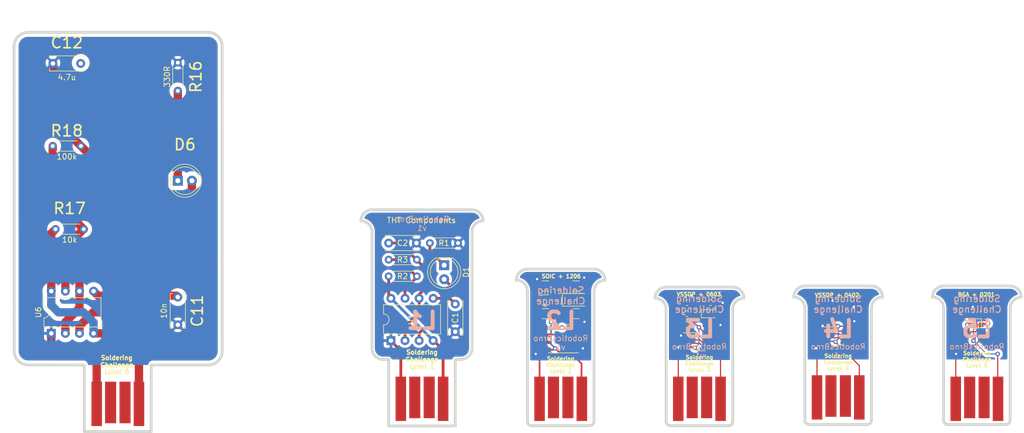
<source format=kicad_pcb>
(kicad_pcb (version 20211014) (generator pcbnew)
  (layers (0 "F.Cu" signal) (31 "B.Cu" signal) (34 "B.Paste" user) (35 "F.Paste" user) (36 "B.SilkS" user "B.Silkscreen") (37 "F.SilkS" user "F.Silkscreen") (38 "B.Mask" user) (39 "F.Mask" user) (44 "Edge.Cuts" user))
  (net 0 "")
  (net 1 "Net-(C1-Pad1)")
  (net 2 "Net-(C2-Pad1)")
  (net 3 "Net-(D1-Pad2)")
  (net 4 "Net-(D1-Pad1)")
  (net 5 "Net-(R2-Pad2)")
  (net 6 "Net-(C3-Pad1)")
  (net 7 "Net-(C4-Pad1)")
  (net 8 "Net-(C5-Pad1)")
  (net 9 "Net-(C6-Pad1)")
  (net 10 "Net-(C7-Pad1)")
  (net 11 "Net-(C8-Pad1)")
  (net 12 "Net-(C9-Pad1)")
  (net 13 "Net-(C10-Pad1)")
  (net 14 "Net-(D2-Pad2)")
  (net 15 "Net-(D2-Pad1)")
  (net 16 "Net-(D3-Pad2)")
  (net 17 "Net-(D3-Pad1)")
  (net 18 "Net-(D4-Pad2)")
  (net 19 "Net-(D4-Pad1)")
  (net 20 "Net-(D5-Pad2)")
  (net 21 "Net-(D5-Pad1)")
  (net 22 "Net-(R5-Pad2)")
  (net 23 "Net-(R8-Pad2)")
  (net 24 "Net-(R11-Pad2)")
  (net 25 "Net-(R14-Pad2)")
  (net 26 "/Level 1 - THT/GND")
  (net 27 "/Level 2 - 1206/GND")
  (net 28 "/Level 1 - THT/VCC")
  (net 29 "/Level 2 - 1206/VCC")
  (net 30 "/Level 3 - 0603/GND")
  (net 31 "/Level 3 - 0603/VCC")
  (net 32 "/Level 4 - 0402/GND")
  (net 33 "/Level 4 - 0402/VCC")
  (net 34 "/Level 5 - 0201/GND")
  (net 35 "/Level 5 - 0201/VCC")
  (net 36 "Net-(C11-Pad1)")
  (net 37 "/Level 0 - THT/GND")
  (net 38 "Net-(C12-Pad1)")
  (net 39 "Net-(D6-Pad1)")
  (net 40 "Net-(D6-Pad2)")
  (net 41 "/Level 0 - THT/VCC")
  (net 54 "Net-(R17-Pad2)")
  (footprint "Capacitor_SMD:C_0201_0603Metric" (layer "F.Cu") (at 228 106.5)
    (fp_text reference "C9" hide)
    (fp_text value "10n")
  )
  (footprint "LED_SMD:LED_1206_3216Metric_Pad1.42x1.75mm_HandSolder" (layer "F.Cu") (at 154.25 100)
    (fp_text reference "D2" hide)
    (fp_text value "LED")
  )
  (footprint "Capacitor_SMD:C_1206_3216Metric_Pad1.42x1.75mm_HandSolder" (layer "F.Cu") (at 148.75 97.5 180)
    (fp_text reference "C4" hide)
    (fp_text value "4.7u")
  )
  (footprint "Resistor_SMD:R_0603_1608Metric_Pad1.05x0.95mm_HandSolder" (layer "F.Cu") (at 178.5 100.5 180)
    (fp_text reference "R7" hide)
    (fp_text value "330R")
  )
  (footprint "Capacitor_THT:C_Disc_D6.0mm_W2.5mm_P5.00mm" (layer "F.Cu") (at 120.5 89.75)
    (fp_text reference "C2")
    (fp_text value "4.7u")
  )
  (footprint "Capacitor_SMD:C_0603_1608Metric_Pad1.05x0.95mm_HandSolder" (layer "F.Cu") (at 178.5 104.5)
    (fp_text reference "C5" hide)
    (fp_text value "10n")
  )
  (footprint "Resistor_SMD:R_0201_0603Metric" (layer "F.Cu") (at 226.5 102)
    (fp_text reference "R13" hide)
    (fp_text value "330R")
  )
  (footprint "Package_SO:SOIC-8_3.9x4.9mm_P1.27mm" (layer "F.Cu") (at 151.25 107 180)
    (fp_text reference "U2" hide)
    (fp_text value "LMC555xM")
  )
  (footprint "Capacitor_SMD:C_0201_0603Metric" (layer "F.Cu") (at 225 102)
    (fp_text reference "C10" hide)
    (fp_text value "4.7u")
  )
  (footprint "Capacitor_SMD:C_0402_1005Metric" (layer "F.Cu") (at 202.75 103.75)
    (fp_text reference "C7" hide)
    (fp_text value "10n")
  )
  (footprint "Package_SO:VSSOP-8_3.0x3.0mm_P0.65mm" (layer "F.Cu") (at 201.5 106.5)
    (fp_text reference "U4" hide)
    (fp_text value "LMC555xMM")
  )
  (footprint "Resistor_SMD:R_0402_1005Metric" (layer "F.Cu") (at 200 102.5 180)
    (fp_text reference "R12" hide)
    (fp_text value "100k")
  )
  (footprint "LED_SMD:LED_0402_1005Metric" (layer "F.Cu") (at 202.75 102.5)
    (fp_text reference "D4" hide)
    (fp_text value "LED")
  )
  (footprint "RoboCamp:usb-PCB" (layer "F.Cu") (at 176.5 122.75)
    (fp_text reference "J6" hide)
    (fp_text value "USB_A" hide)
  )
  (footprint "RoboCamp:usb-PCB" (layer "F.Cu") (at 226.5 122.75)
    (fp_text reference "J10" hide)
    (fp_text value "USB_A" hide)
  )
  (footprint "Resistor_SMD:R_1206_3216Metric_Pad1.42x1.75mm_HandSolder" (layer "F.Cu") (at 154.25 97.5 180)
    (fp_text reference "R4" hide)
    (fp_text value "330R")
  )
  (footprint "Package_SO:VSSOP-8_3.0x3.0mm_P0.65mm" (layer "F.Cu") (at 176.6 107.55)
    (fp_text reference "U3" hide)
    (fp_text value "LMC555xMM")
  )
  (footprint "Resistor_SMD:R_1206_3216Metric_Pad1.42x1.75mm_HandSolder" (layer "F.Cu") (at 148.75 102.5 180)
    (fp_text reference "R5" hide)
    (fp_text value "10k")
  )
  (footprint "RoboCamp:usb-PCB" (layer "F.Cu") (at 201.5 122.5)
    (fp_text reference "J8" hide)
    (fp_text value "USB_A" hide)
  )
  (footprint "Resistor_SMD:R_1206_3216Metric_Pad1.42x1.75mm_HandSolder" (layer "F.Cu") (at 148.75 100)
    (fp_text reference "R6" hide)
    (fp_text value "100k")
  )
  (footprint "Resistor_SMD:R_0603_1608Metric_Pad1.05x0.95mm_HandSolder" (layer "F.Cu") (at 174.25 102.5 180)
    (fp_text reference "R9" hide)
    (fp_text value "100k")
  )
  (footprint "LED_SMD:LED_0201_0603Metric" (layer "F.Cu") (at 228 102)
    (fp_text reference "D5" hide)
    (fp_text value "LED")
  )
  (footprint "Resistor_SMD:R_0402_1005Metric" (layer "F.Cu") (at 202.75 101.25 180)
    (fp_text reference "R10" hide)
    (fp_text value "330R")
  )
  (footprint "Package_BGA:Texas_DSBGA-8_1.43x1.41mm_Layout3x3_P0.5mm" (layer "F.Cu") (at 226.5 104.25 90)
    (fp_text reference "U5" hide)
    (fp_text value "LMC555xTP")
  )
  (footprint "Package_DIP:DIP-8_W7.62mm" (layer "F.Cu") (at 120.9054 107.344 90)
    (fp_text reference "U1")
    (fp_text value "LM555xN")
  )
  (footprint "Capacitor_SMD:C_0603_1608Metric_Pad1.05x0.95mm_HandSolder" (layer "F.Cu") (at 174.25 100.5)
    (fp_text reference "C6" hide)
    (fp_text value "4.7u")
  )
  (footprint "Resistor_SMD:R_0402_1005Metric" (layer "F.Cu") (at 200 103.75 180)
    (fp_text reference "R11" hide)
    (fp_text value "10k")
  )
  (footprint "Resistor_SMD:R_0201_0603Metric" (layer "F.Cu") (at 226.5 106.5)
    (fp_text reference "R14" hide)
    (fp_text value "10k")
  )
  (footprint "Capacitor_SMD:C_1206_3216Metric_Pad1.42x1.75mm_HandSolder" (layer "F.Cu") (at 154.25 102.5)
    (fp_text reference "C3" hide)
    (fp_text value "10n")
  )
  (footprint "Resistor_THT:R_Axial_DIN0204_L3.6mm_D1.6mm_P5.08mm_Horizontal" (layer "F.Cu") (at 133 89.75 180)
    (fp_text reference "R1")
    (fp_text value "330R")
  )
  (footprint "RoboCamp:usb-PCB" (layer "F.Cu") (at 151.5 122.75)
    (fp_text reference "J4" hide)
    (fp_text value "USB_A" hide)
  )
  (footprint "Resistor_SMD:R_0603_1608Metric_Pad1.05x0.95mm_HandSolder" (layer "F.Cu") (at 174.25 104.5 180)
    (fp_text reference "R8" hide)
    (fp_text value "10k")
  )
  (footprint "Resistor_SMD:R_0201_0603Metric" (layer "F.Cu") (at 225 106.5)
    (fp_text reference "R15" hide)
    (fp_text value "100k")
  )
  (footprint "LED_THT:LED_D5.0mm" (layer "F.Cu") (at 130.5 93.75 -90)
    (fp_text reference "D1")
    (fp_text value "LED")
  )
  (footprint "LED_SMD:LED_0603_1608Metric_Pad1.05x0.95mm_HandSolder" (layer "F.Cu") (at 178.5 102.5)
    (fp_text reference "D3" hide)
    (fp_text value "LED")
  )
  (footprint "RoboCamp:usb-PCB" (layer "F.Cu") (at 126.5 122.75)
    (fp_text reference "J2" hide)
    (fp_text value "USB_A" hide)
  )
  (footprint "Resistor_THT:R_Axial_DIN0204_L3.6mm_D1.6mm_P5.08mm_Horizontal" (layer "F.Cu") (at 120.5 95.75)
    (fp_text reference "R2")
    (fp_text value "10k")
  )
  (footprint "Capacitor_SMD:C_0402_1005Metric" (layer "F.Cu") (at 200 101.25)
    (fp_text reference "C8" hide)
    (fp_text value "4.7u")
  )
  (footprint "Resistor_THT:R_Axial_DIN0204_L3.6mm_D1.6mm_P5.08mm_Horizontal" (layer "F.Cu") (at 120.5 92.75)
    (fp_text reference "R3")
    (fp_text value "100k")
  )
  (footprint "Capacitor_THT:C_Disc_D6.0mm_W2.5mm_P5.00mm" (layer "F.Cu") (at 132.5 100.75 -90)
    (fp_text reference "C1")
    (fp_text value "10n")
  )
  (footprint "Resistor_THT:R_Axial_DIN0204_L3.6mm_D1.6mm_P5.08mm_Horizontal" (layer "F.Cu") (at 60.46 87.25)
    (fp_text reference "R17")
    (fp_text value "10k")
  )
  (footprint "kikit:Board" (layer "F.Cu") (at 151.75 94.5)
    (fp_text reference "B2")
    (fp_text value "Board")
  )
  (footprint "LED_THT:LED_D5.0mm" (layer "F.Cu") (at 82.5 78.5)
    (fp_text reference "D6")
    (fp_text value "LED")
  )
  (footprint "Capacitor_THT:C_Disc_D6.0mm_W2.5mm_P5.00mm" (layer "F.Cu") (at 60 57.35)
    (fp_text reference "C12")
    (fp_text value "4.7u")
  )
  (footprint "Capacitor_THT:C_Disc_D6.0mm_W2.5mm_P5.00mm" (layer "F.Cu") (at 82.5 99.5 -90)
    (fp_text reference "C11")
    (fp_text value "10n")
  )
  (footprint "kikit:Board" (layer "F.Cu") (at 60 51.75)
    (fp_text reference "B0")
    (fp_text value "Board")
  )
  (footprint "kikit:Board" (layer "F.Cu") (at 226.75 97.5)
    (fp_text reference "B5")
    (fp_text value "Board")
  )
  (footprint "RoboCamp:usb-PCB" (layer "F.Cu") (at 71.69 123.6625)
    (fp_text reference "J1" hide)
    (fp_text value "USB_A" hide)
  )
  (footprint "Resistor_THT:R_Axial_DIN0204_L3.6mm_D1.6mm_P5.08mm_Horizontal" (layer "F.Cu") (at 82.5 57.21 -90)
    (fp_text reference "R16")
    (fp_text value "330R")
  )
  (footprint "kikit:Board" (layer "F.Cu") (at 126.75 83.75)
    (fp_text reference "B1")
    (fp_text value "Board")
  )
  (footprint "Resistor_THT:R_Axial_DIN0204_L3.6mm_D1.6mm_P5.08mm_Horizontal" (layer "F.Cu") (at 59.96 72.25)
    (fp_text reference "R18")
    (fp_text value "100k")
  )
  (footprint "kikit:Board" (layer "F.Cu") (at 201.75 97.5)
    (fp_text reference "B4")
    (fp_text value "Board")
  )
  (footprint "kikit:Board" (layer "F.Cu") (at 176.5 97.75)
    (fp_text reference "B3")
    (fp_text value "Board")
  )
  (footprint "Package_DIP:DIP-8_W7.62mm" (layer "F.Cu") (at 59.7 106.05 90)
    (fp_text reference "U6")
    (fp_text value "LM555xN")
  )
  (gr_arc (start 182.5 101.7) (mid 183.085786 100.285786) (end 184.5 99.7) (layer "Edge.Cuts") (width 0.5))
  (gr_arc (start 168.5 99.7) (mid 169.914214 100.285786) (end 170.5 101.7) (layer "Edge.Cuts") (width 0.5))
  (gr_line (start 120.5 110.75) (end 120.5 122.75) (layer "Edge.Cuts") (width 0.5))
  (gr_line (start 119.5 110.75) (end 120.5 110.75) (layer "Edge.Cuts") (width 0.5))
  (gr_arc (start 135.5 87.75) (mid 136.085786 86.335786) (end 137.5 85.75) (layer "Edge.Cuts") (width 0.5))
  (gr_arc (start 182.5 97.7) (mid 183.914214 98.285786) (end 184.5 99.7) (layer "Edge.Cuts") (width 0.5))
  (gr_arc (start 146.25 122.7) (mid 145.71967 122.48033) (end 145.5 121.95) (layer "Edge.Cuts") (width 0.5))
  (gr_arc (start 221.25 122.5) (mid 220.71967 122.28033) (end 220.5 121.75) (layer "Edge.Cuts") (width 0.5))
  (gr_line (start 132.5 122.75) (end 132.5 110.75) (layer "Edge.Cuts") (width 0.5))
  (gr_arc (start 218.5 99.5) (mid 219.085786 98.085786) (end 220.5 97.5) (layer "Edge.Cuts") (width 0.5))
  (gr_arc (start 119.5 110.75) (mid 118.085786 110.164214) (end 117.5 108.75) (layer "Edge.Cuts") (width 0.5))
  (gr_arc (start 171.25 122.7) (mid 170.71967 122.48033) (end 170.5 121.95) (layer "Edge.Cuts") (width 0.5))
  (gr_arc (start 182.5 121.95) (mid 182.28033 122.48033) (end 181.75 122.7) (layer "Edge.Cuts") (width 0.5))
  (gr_arc (start 157.5 98.45) (mid 158.085786 97.035786) (end 159.5 96.45) (layer "Edge.Cuts") (width 0.5))
  (gr_arc (start 135.5 83.75) (mid 136.914214 84.335786) (end 137.5 85.75) (layer "Edge.Cuts") (width 0.5))
  (gr_line (start 171.25 122.7) (end 181.75 122.7) (layer "Edge.Cuts") (width 0.5))
  (gr_arc (start 168.5 99.7) (mid 169.085786 98.285786) (end 170.5 97.7) (layer "Edge.Cuts") (width 0.5))
  (gr_line (start 195.5 101.5) (end 195.5 121.75) (layer "Edge.Cuts") (width 0.5))
  (gr_line (start 182.5 121.95) (end 182.5 101.7) (layer "Edge.Cuts") (width 0.5))
  (gr_line (start 196.25 122.5) (end 206.75 122.5) (layer "Edge.Cuts") (width 0.5))
  (gr_line (start 157.5 121.95) (end 157.5 98.45) (layer "Edge.Cuts") (width 0.5))
  (gr_arc (start 157.5 94.45) (mid 158.914214 95.035786) (end 159.5 96.45) (layer "Edge.Cuts") (width 0.5))
  (gr_arc (start 115.5 85.75) (mid 116.085786 84.335786) (end 117.5 83.75) (layer "Edge.Cuts") (width 0.5))
  (gr_arc (start 143.5 96.45) (mid 144.914214 97.035786) (end 145.5 98.45) (layer "Edge.Cuts") (width 0.5))
  (gr_arc (start 135.5 108.75) (mid 134.914214 110.164214) (end 133.5 110.75) (layer "Edge.Cuts") (width 0.5))
  (gr_line (start 120.5 122.75) (end 132.5 122.75) (layer "Edge.Cuts") (width 0.5))
  (gr_line (start 195.5 97.5) (end 207.5 97.5) (layer "Edge.Cuts") (width 0.5))
  (gr_arc (start 207.5 121.75) (mid 207.28033 122.28033) (end 206.75 122.5) (layer "Edge.Cuts") (width 0.5))
  (gr_line (start 221.25 122.5) (end 231.75 122.5) (layer "Edge.Cuts") (width 0.5))
  (gr_line (start 170.5 101.7) (end 170.5 121.95) (layer "Edge.Cuts") (width 0.5))
  (gr_line (start 145.5 94.45) (end 157.5 94.45) (layer "Edge.Cuts") (width 0.5))
  (gr_arc (start 218.5 99.5) (mid 219.914214 100.085786) (end 220.5 101.5) (layer "Edge.Cuts") (width 0.5))
  (gr_arc (start 143.5 96.45) (mid 144.085786 95.035786) (end 145.5 94.45) (layer "Edge.Cuts") (width 0.5))
  (gr_arc (start 157.5 121.95) (mid 157.28033 122.48033) (end 156.75 122.7) (layer "Edge.Cuts") (width 0.5))
  (gr_line (start 207.5 121.75) (end 207.5 101.5) (layer "Edge.Cuts") (width 0.5))
  (gr_line (start 220.5 101.5) (end 220.5 121.75) (layer "Edge.Cuts") (width 0.5))
  (gr_line (start 145.5 98.45) (end 145.5 121.95) (layer "Edge.Cuts") (width 0.5))
  (gr_line (start 146.25 122.7) (end 156.75 122.7) (layer "Edge.Cuts") (width 0.5))
  (gr_line (start 135.5 108.75) (end 135.5 87.75) (layer "Edge.Cuts") (width 0.5))
  (gr_arc (start 232.5 121.75) (mid 232.28033 122.28033) (end 231.75 122.5) (layer "Edge.Cuts") (width 0.5))
  (gr_arc (start 232.5 101.5) (mid 233.085786 100.085786) (end 234.5 99.5) (layer "Edge.Cuts") (width 0.5))
  (gr_arc (start 196.25 122.5) (mid 195.71967 122.28033) (end 195.5 121.75) (layer "Edge.Cuts") (width 0.5))
  (gr_arc (start 193.5 99.5) (mid 194.085786 98.085786) (end 195.5 97.5) (layer "Edge.Cuts") (width 0.5))
  (gr_line (start 220.5 97.5) (end 232.5 97.5) (layer "Edge.Cuts") (width 0.5))
  (gr_arc (start 115.5 85.75) (mid 116.914214 86.335786) (end 117.5 87.75) (layer "Edge.Cuts") (width 0.5))
  (gr_arc (start 232.5 97.5) (mid 233.914214 98.085786) (end 234.5 99.5) (layer "Edge.Cuts") (width 0.5))
  (gr_line (start 232.5 121.75) (end 232.5 101.5) (layer "Edge.Cuts") (width 0.5))
  (gr_line (start 117.5 83.75) (end 135.5 83.75) (layer "Edge.Cuts") (width 0.5))
  (gr_arc (start 207.5 97.5) (mid 208.914214 98.085786) (end 209.5 99.5) (layer "Edge.Cuts") (width 0.5))
  (gr_line (start 170.5 97.7) (end 182.5 97.7) (layer "Edge.Cuts") (width 0.5))
  (gr_line (start 117.5 108.75) (end 117.5 87.75) (layer "Edge.Cuts") (width 0.5))
  (gr_arc (start 207.5 101.5) (mid 208.085786 100.085786) (end 209.5 99.5) (layer "Edge.Cuts") (width 0.5))
  (gr_arc (start 193.5 99.5) (mid 194.914214 100.085786) (end 195.5 101.5) (layer "Edge.Cuts") (width 0.5))
  (gr_line (start 132.5 110.75) (end 133.5 110.75) (layer "Edge.Cuts") (width 0.5))
  (gr_line (start 65.65 123.75) (end 65.65 111.75) (layer "Edge.Cuts") (width 0.5))
  (gr_line (start 90.5 109.25) (end 90.482233 54.25) (layer "Edge.Cuts") (width 0.5))
  (gr_line (start 55.5 51.75) (end 87.982233 51.75) (layer "Edge.Cuts") (width 0.5))
  (gr_line (start 77.7 123.75) (end 65.65 123.75) (layer "Edge.Cuts") (width 0.5))
  (gr_line (start 77.7 111.75) (end 88 111.75) (layer "Edge.Cuts") (width 0.5))
  (gr_arc (start 53 54.25) (mid 53.732233 52.482233) (end 55.5 51.75) (layer "Edge.Cuts") (width 0.5))
  (gr_arc (start 87.982233 51.75) (mid 89.75 52.482233) (end 90.482233 54.25) (layer "Edge.Cuts") (width 0.5))
  (gr_line (start 53.017767 109.232233) (end 53 54.25) (layer "Edge.Cuts") (width 0.5))
  (gr_line locked (start 77.7 111.75) (end 77.7 123.75) (layer "Edge.Cuts") (width 0.5))
  (gr_arc (start 90.5 109.25) (mid 89.767767 111.017767) (end 88 111.75) (layer "Edge.Cuts") (width 0.5))
  (gr_arc (start 55.517767 111.732233) (mid 53.75 111) (end 53.017767 109.232233) (layer "Edge.Cuts") (width 0.5))
  (gr_line (start 65.65 111.75) (end 55.517767 111.732233) (layer "Edge.Cuts") (width 0.5))
  (gr_text "RoboticsBrno\nv1" (at 201.5 109.25) (layer "B.SilkS") (effects (font (size 1 1)) (justify mirror)))
  (gr_text "L4" (at 201.5 105.25) (layer "B.SilkS") (effects (font (size 3 3) (thickness 0.7)) (justify mirror)))
  (gr_text "Soldering\nChallenge\n" (at 201.5 100.75) (layer "B.SilkS") (effects (font (size 1.2 1.2) (thickness 0.2)) (justify mirror)))
  (gr_text "RoboticsBrno\nv1" (at 176.5 109.25) (layer "B.SilkS") (effects (font (size 1 1)) (justify mirror)))
  (gr_text "Soldering\nChallenge\n" (at 176.5 100.75) (layer "B.SilkS") (effects (font (size 1.2 1.2) (thickness 0.2)) (justify mirror)))
  (gr_text "L3" (at 176.5 105.25) (layer "B.SilkS") (effects (font (size 3 3) (thickness 0.7)) (justify mirror)))
  (gr_text "Soldering\nChallenge\n" (at 151.5 99.25) (layer "B.SilkS") (effects (font (size 1.2 1.2) (thickness 0.2)) (justify mirror)))
  (gr_text "RoboticsBrno\nv1" (at 151.5 107.75) (layer "B.SilkS") (effects (font (size 1 1)) (justify mirror)))
  (gr_text "L2" (at 151.5 103.75) (layer "B.SilkS") (effects (font (size 3 3) (thickness 0.7)) (justify mirror)))
  (gr_text "L1" (at 126.5 103.75) (layer "B.SilkS") (effects (font (size 3 3) (thickness 0.7)) (justify mirror)))
  (gr_text "RoboticsBrno\nv1" (at 126.5 86.25) (layer "B.SilkS") (effects (font (size 1 1)) (justify mirror)))
  (gr_text "Soldering\nChallenge\n" (at 226.5 100.75) (layer "B.SilkS") (effects (font (size 1.2 1.2) (thickness 0.2)) (justify mirror)))
  (gr_text "L5" (at 226.5 105.25) (layer "B.SilkS") (effects (font (size 3 3) (thickness 0.7)) (justify mirror)))
  (gr_text "RoboticsBrno\nv1" (at 226.5 109.25) (layer "B.SilkS") (effects (font (size 1 1)) (justify mirror)))
  (gr_text "Soldering\nChallenge\nLevel 2" (at 151.5 111.75) (layer "F.SilkS") (effects (font (size 0.7 0.7) (thickness 0.175))))
  (gr_text "Soldering\nChallenge\nLevel 1" (at 126.5 110.75) (layer "F.SilkS") (effects (font (size 0.8 0.8) (thickness 0.2))))
  (gr_text "Soldering\nChallenge\nLevel 3" (at 176.5 111.5) (layer "F.SilkS") (effects (font (size 0.7 0.7) (thickness 0.175))))
  (gr_text "Soldering\nChallenge\nLevel 4" (at 201.5 111.25) (layer "F.SilkS") (effects (font (size 0.7 0.7) (thickness 0.175))))
  (gr_text "Soldering\nChallenge\nLevel 5" (at 226.5 110.75) (layer "F.SilkS") (effects (font (size 0.7 0.7) (thickness 0.175))))
  (gr_text "SOIC + 1206" (at 151.6 95.75) (layer "F.SilkS") (effects (font (size 0.7 0.7) (thickness 0.175))))
  (gr_text "VSSOP + 0603" (at 176.4 99) (layer "F.SilkS") (effects (font (size 0.7 0.7) (thickness 0.175))))
  (gr_text "VSSOP + 0402" (at 201.3 99.15) (layer "F.SilkS") (effects (font (size 0.7 0.7) (thickness 0.175))))
  (gr_text "BGA + 0201" (at 226.4 99.05) (layer "F.SilkS") (effects (font (size 0.7 0.7) (thickness 0.175))))
  (gr_text "THT Components" (at 126.4 85.65) (layer "F.SilkS") (effects (font (size 1 1))))
  (gr_text "Soldering\nChallenge\nLevel 0" (at 71.5 111.75) (layer "F.SilkS") (effects (font (size 0.8 0.8) (thickness 0.2))))
  (segment (start 128.5254 99.724) (end 131.474 99.724) (width 0.5) (layer "F.Cu") (net 1))
  (segment (start 131.474 99.724) (end 132.5 100.75) (width 0.5) (layer "F.Cu") (net 1))
  (segment (start 123.4454 107.344) (end 123.4454 104.8046) (width 0.5) (layer "F.Cu") (net 2))
  (segment (start 127.75 95) (end 125.5 92.75) (width 0.5) (layer "F.Cu") (net 2))
  (segment (start 126 102.25) (end 126 99.75) (width 0.5) (layer "F.Cu") (net 2))
  (segment (start 126 99) (end 127.75 97.25) (width 0.5) (layer "F.Cu") (net 2))
  (segment (start 127.75 97.25) (end 127.75 95) (width 0.5) (layer "F.Cu") (net 2))
  (segment (start 123.4454 104.8046) (end 126 102.25) (width 0.5) (layer "F.Cu") (net 2))
  (segment (start 120.5 89.75) (end 122.5 89.75) (width 0.5) (layer "F.Cu") (net 2))
  (segment (start 122.5 89.75) (end 125.5 92.75) (width 0.5) (layer "F.Cu") (net 2))
  (segment (start 126 99.75) (end 126 99) (width 0.5) (layer "F.Cu") (net 2))
  (segment (start 132.25 104) (end 128 104) (width 0.5) (layer "F.Cu") (net 3))
  (segment (start 134 99.79) (end 134 102.25) (width 0.5) (layer "F.Cu") (net 3))
  (segment (start 130.5 96.29) (end 134 99.79) (width 0.5) (layer "F.Cu") (net 3))
  (segment (start 128 104) (end 126 106) (width 0.5) (layer "F.Cu") (net 3))
  (segment (start 126 106) (end 126 107.5) (width 0.5) (layer "F.Cu") (net 3))
  (segment (start 134 102.25) (end 132.25 104) (width 0.5) (layer "F.Cu") (net 3))
  (segment (start 127.92 91.17) (end 130.5 93.75) (width 0.5) (layer "F.Cu") (net 4))
  (segment (start 127.92 89.75) (end 127.92 91.17) (width 0.5) (layer "F.Cu") (net 4))
  (segment (start 123.4454 98.0546) (end 125.75 95.75) (width 0.5) (layer "F.Cu") (net 5))
  (segment (start 123.4454 99.724) (end 123.4454 98.0546) (width 0.5) (layer "F.Cu") (net 5))
  (segment (start 125.5 95.75) (end 125.75 95.75) (width 0.5) (layer "F.Cu") (net 5))
  (segment (start 120.5 92.75) (end 122.5 92.75) (width 0.5) (layer "F.Cu") (net 5))
  (segment (start 122.5 92.75) (end 125.5 95.75) (width 0.5) (layer "F.Cu") (net 5))
  (segment (start 150.155 105.095) (end 152.75 102.5) (width 0.3) (layer "F.Cu") (net 6))
  (segment (start 148.775 105.095) (end 150.155 105.095) (width 0.3) (layer "F.Cu") (net 6))
  (segment (start 153.725 107.635) (end 152.635 107.635) (width 0.3) (layer "F.Cu") (net 7))
  (segment (start 147.44999 104.737886) (end 149.17499 103.012886) (width 0.3) (layer "F.Cu") (net 7))
  (segment (start 150.25 99.75) (end 150.25 97.5) (width 0.3) (layer "F.Cu") (net 7))
  (segment (start 148.775 106.365) (end 147.8 106.365) (width 0.3) (layer "F.Cu") (net 7))
  (segment (start 147.44999 106.01499) (end 147.44999 104.737886) (width 0.3) (layer "F.Cu") (net 7))
  (segment (start 147.8 106.365) (end 147.44999 106.01499) (width 0.3) (layer "F.Cu") (net 7))
  (segment (start 151.25 106.25) (end 148.75 106.25) (width 0.3) (layer "F.Cu") (net 7))
  (segment (start 152.635 107.635) (end 151.25 106.25) (width 0.3) (layer "F.Cu") (net 7))
  (segment (start 149.17499 103.012886) (end 149.17499 100.82501) (width 0.3) (layer "F.Cu") (net 7))
  (segment (start 149.17499 100.82501) (end 150.25 99.75) (width 0.3) (layer "F.Cu") (net 7))
  (segment (start 178.6 105.55) (end 177.6 104.55) (width 0.2) (layer "F.Cu") (net 8))
  (segment (start 180.3 106.25) (end 179.6 105.55) (width 0.2) (layer "F.Cu") (net 8))
  (segment (start 180.3 108.05) (end 180.3 106.25) (width 0.2) (layer "F.Cu") (net 8))
  (segment (start 179.825 108.525) (end 180.3 108.05) (width 0.2) (layer "F.Cu") (net 8))
  (segment (start 178.8 108.525) (end 179.825 108.525) (width 0.2) (layer "F.Cu") (net 8))
  (segment (start 179.6 105.55) (end 178.6 105.55) (width 0.2) (layer "F.Cu") (net 8))
  (segment (start 173.375 100.375) (end 173.4 100.35) (width 0.2) (layer "F.Cu") (net 9))
  (segment (start 176.575 107.225) (end 177.2 107.85) (width 0.2) (layer "F.Cu") (net 9))
  (segment (start 172.3 103.55) (end 173.4 102.45) (width 0.2) (layer "F.Cu") (net 9))
  (segment (start 172.3 106.55) (end 172.3 103.55) (width 0.2) (layer "F.Cu") (net 9))
  (segment (start 174.4 107.225) (end 176.575 107.225) (width 0.2) (layer "F.Cu") (net 9))
  (segment (start 173.375 102.5) (end 173.375 100.375) (width 0.2) (layer "F.Cu") (net 9))
  (segment (start 174.4 107.225) (end 172.975 107.225) (width 0.2) (layer "F.Cu") (net 9))
  (segment (start 172.975 107.225) (end 172.3 106.55) (width 0.2) (layer "F.Cu") (net 9))
  (segment (start 177.2 107.85) (end 178.9 107.85) (width 0.2) (layer "F.Cu") (net 9))
  (segment (start 204.665001 104.999999) (end 205.25 105.584998) (width 0.2) (layer "F.Cu") (net 10))
  (segment (start 205.25 105.584998) (end 205.25 106.849302) (width 0.2) (layer "F.Cu") (net 10))
  (segment (start 202.265 103.75) (end 203.514999 104.999999) (width 0.2) (layer "F.Cu") (net 10))
  (segment (start 203.514999 104.999999) (end 204.665001 104.999999) (width 0.2) (layer "F.Cu") (net 10))
  (segment (start 205.25 106.849302) (end 204.599302 107.5) (width 0.2) (layer "F.Cu") (net 10))
  (segment (start 204.599302 107.5) (end 203.75 107.5) (width 0.2) (layer "F.Cu") (net 10))
  (segment (start 198 105.95) (end 198.2 106.15) (width 0.2) (layer "F.Cu") (net 11))
  (segment (start 203.7 106.825) (end 202.475 106.825) (width 0.2) (layer "F.Cu") (net 11))
  (segment (start 199.515 101.25) (end 199.515 102.435) (width 0.2) (layer "F.Cu") (net 11))
  (segment (start 199.5 102.5) (end 198 104) (width 0.2) (layer "F.Cu") (net 11))
  (segment (start 198 104) (end 198 105.95) (width 0.2) (layer "F.Cu") (net 11))
  (segment (start 199.515 102.5) (end 199.5 102.5) (width 0.2) (layer "F.Cu") (net 11))
  (segment (start 198.2 106.15) (end 199.3 106.15) (width 0.2) (layer "F.Cu") (net 11))
  (segment (start 202.475 106.825) (end 201.8 106.15) (width 0.2) (layer "F.Cu") (net 11))
  (segment (start 199.515 102.435) (end 199.5 102.45) (width 0.2) (layer "F.Cu") (net 11))
  (segment (start 201.8 106.15) (end 199.2 106.15) (width 0.2) (layer "F.Cu") (net 11))
  (segment (start 227 104.75) (end 227 105.25) (width 0.2) (layer "F.Cu") (net 12))
  (segment (start 227 105.25) (end 227.75 106) (width 0.2) (layer "F.Cu") (net 12))
  (segment (start 227.75 106) (end 227.75 106.5) (width 0.2) (layer "F.Cu") (net 12))
  (segment (start 227 104.75) (end 227.4 104.75) (width 0.25) (layer "F.Cu") (net 12))
  (segment (start 227.4 104.75) (end 227.25 104.75) (width 0.2) (layer "F.Cu") (net 12))
  (segment (start 226.5 103.25) (end 226 102.75) (width 0.2) (layer "F.Cu") (net 13))
  (segment (start 225.5 105.75) (end 225.25 106) (width 0.2) (layer "F.Cu") (net 13))
  (segment (start 225.25 106) (end 225.25 106.5) (width 0.2) (layer "F.Cu") (net 13))
  (segment (start 225 102.75) (end 224.75 102.5) (width 0.2) (layer "F.Cu") (net 13))
  (segment (start 226.25 105.75) (end 225.5 105.75) (width 0.2) (layer "F.Cu") (net 13))
  (segment (start 224.75 102.5) (end 224.75 102) (width 0.2) (layer "F.Cu") (net 13))
  (segment (start 226 102.75) (end 225 102.75) (width 0.2) (layer "F.Cu") (net 13))
  (segment (start 226.5 103.45) (end 226.5 103.25) (width 0.2) (layer "F.Cu") (net 13))
  (segment (start 226.5 104.95) (end 226.5 105.05) (width 0.2) (layer "F.Cu") (net 13))
  (segment (start 226.5 104.95) (end 226.5 103.75) (width 0.2) (layer "F.Cu") (net 13))
  (segment (start 226.25 105.75) (end 226.3 105.75) (width 0.2) (layer "F.Cu") (net 13))
  (segment (start 226.5 104.95) (end 226.5 104.75) (width 0.2) (layer "F.Cu") (net 13))
  (segment (start 226.3 105.75) (end 226.5 105.55) (width 0.2) (layer "F.Cu") (net 13))
  (segment (start 226.5 105.55) (end 226.5 104.95) (width 0.2) (layer "F.Cu") (net 13))
  (segment (start 226.5 103.75) (end 226.5 103.45) (width 0.25) (layer "F.Cu") (net 13))
  (segment (start 155.7375 100) (end 154.67499 101.06251) (width 0.3) (layer "F.Cu") (net 14))
  (segment (start 155.25 104.5) (end 155.25 105.75) (width 0.3) (layer "F.Cu") (net 14))
  (segment (start 154.67499 103.92499) (end 155.25 104.5) (width 0.3) (layer "F.Cu") (net 14))
  (segment (start 154.75 106.25) (end 153.75 106.25) (width 0.3) (layer "F.Cu") (net 14))
  (segment (start 155.25 105.75) (end 154.75 106.25) (width 0.3) (layer "F.Cu") (net 14))
  (segment (start 154.67499 101.06251) (end 154.67499 103.92499) (width 0.3) (layer "F.Cu") (net 14))
  (segment (start 152.7625 97.5) (end 152.7625 100.2375) (width 0.3) (layer "F.Cu") (net 15))
  (segment (start 152.7625 100.2375) (end 152.75 100.25) (width 0.3) (layer "F.Cu") (net 15))
  (segment (start 180.15 102.5) (end 181 103.35) (width 0.2) (layer "F.Cu") (net 16))
  (segment (start 179.375 102.5) (end 180.15 102.5) (width 0.2) (layer "F.Cu") (net 16))
  (segment (start 181 103.35) (end 181 108.25) (width 0.2) (layer "F.Cu") (net 16))
  (segment (start 181 108.25) (end 180.199999 109.050001) (width 0.2) (layer "F.Cu") (net 16))
  (segment (start 180.199999 109.050001) (end 177.765701 109.050001) (width 0.2) (layer "F.Cu") (net 16))
  (segment (start 177.765701 109.050001) (end 176.5657 107.85) (width 0.2) (layer "F.Cu") (net 16))
  (segment (start 176.5657 107.85) (end 174.4 107.85) (width 0.2) (layer "F.Cu") (net 16))
  (segment (start 177.625 102.525) (end 177.6 102.55) (width 0.2) (layer "F.Cu") (net 17))
  (segment (start 177.625 100.5) (end 177.625 102.525) (width 0.2) (layer "F.Cu") (net 17))
  (segment (start 201.7 106.85) (end 199.3 106.85) (width 0.2) (layer "F.Cu") (net 18))
  (segment (start 204.665001 108.000001) (end 202.850001 108.000001) (width 0.2) (layer "F.Cu") (net 18))
  (segment (start 203.235 102.5) (end 204.086004 102.5) (width 0.2) (layer "F.Cu") (net 18))
  (segment (start 205.7 104.113996) (end 205.7 106.965002) (width 0.2) (layer "F.Cu") (net 18))
  (segment (start 205.7 106.965002) (end 204.665001 108.000001) (width 0.2) (layer "F.Cu") (net 18))
  (segment (start 202.850001 108.000001) (end 201.7 106.85) (width 0.2) (layer "F.Cu") (net 18))
  (segment (start 204.086004 102.5) (end 205.7 104.113996) (width 0.2) (layer "F.Cu") (net 18))
  (segment (start 202.265 102.5) (end 202.265 101.285) (width 0.2) (layer "F.Cu") (net 19))
  (segment (start 202.265 101.285) (end 202.3 101.25) (width 0.2) (layer "F.Cu") (net 19))
  (segment (start 228.32 103.43) (end 228 103.75) (width 0.2) (layer "F.Cu") (net 20))
  (segment (start 228.32 102) (end 228.32 103.43) (width 0.2) (layer "F.Cu") (net 20))
  (segment (start 227 103.75) (end 227.3 103.75) (width 0.25) (layer "F.Cu") (net 20))
  (segment (start 228 103.75) (end 227.3 103.75) (width 0.2) (layer "F.Cu") (net 20))
  (segment (start 226.82 102) (end 227.75 102) (width 0.2) (layer "F.Cu") (net 21))
  (segment (start 147.25 104.230754) (end 147.25 100) (width 0.3) (layer "F.Cu") (net 22))
  (segment (start 146.949979 106.784979) (end 146.94998 104.530774) (width 0.3) (layer "F.Cu") (net 22))
  (segment (start 148.775 107.635) (end 147.8 107.635) (width 0.3) (layer "F.Cu") (net 22))
  (segment (start 146.94998 104.530774) (end 147.25 104.230754) (width 0.3) (layer "F.Cu") (net 22))
  (segment (start 147.8 107.635) (end 146.949979 106.784979) (width 0.3) (layer "F.Cu") (net 22))
  (segment (start 175.125 102.5) (end 175.125 102.725) (width 0.2) (layer "F.Cu") (net 23))
  (segment (start 177.775 107.225) (end 177.275 107.225) (width 0.2) (layer "F.Cu") (net 23))
  (segment (start 177.275 107.225) (end 175.7 105.65) (width 0.2) (layer "F.Cu") (net 23))
  (segment (start 173.4 104.75) (end 173.4 104.55) (width 0.2) (layer "F.Cu") (net 23))
  (segment (start 177.775 107.225) (end 177.675 107.225) (width 0.2) (layer "F.Cu") (net 23))
  (segment (start 174.3 105.65) (end 173.4 104.75) (width 0.2) (layer "F.Cu") (net 23))
  (segment (start 178.8 107.225) (end 177.775 107.225) (width 0.2) (layer "F.Cu") (net 23))
  (segment (start 175.125 102.725) (end 173.4 104.45) (width 0.2) (layer "F.Cu") (net 23))
  (segment (start 175.7 105.65) (end 174.3 105.65) (width 0.2) (layer "F.Cu") (net 23))
  (segment (start 202.834998 106.15) (end 203.8 106.15) (width 0.2) (layer "F.Cu") (net 24))
  (segment (start 199.6 103.385) (end 199.6 103.75) (width 0.2) (layer "F.Cu") (net 24))
  (segment (start 202.334998 105.65) (end 202.834998 106.15) (width 0.2) (layer "F.Cu") (net 24))
  (segment (start 200.588482 104.823482) (end 200.588482 105.038482) (width 0.2) (layer "F.Cu") (net 24))
  (segment (start 200.588482 105.038482) (end 201.2 105.65) (width 0.2) (layer "F.Cu") (net 24))
  (segment (start 201.2 105.65) (end 202.334998 105.65) (width 0.2) (layer "F.Cu") (net 24))
  (segment (start 200.485 102.5) (end 199.6 103.385) (width 0.2) (layer "F.Cu") (net 24))
  (segment (start 199.515 103.75) (end 200.588482 104.823482) (width 0.2) (layer "F.Cu") (net 24))
  (segment (start 226.82 106.5) (end 226.82 107.484819) (width 0.2) (layer "F.Cu") (net 25))
  (segment (start 226.121794 108.183025) (end 225.24547 108.183025) (width 0.2) (layer "F.Cu") (net 25))
  (segment (start 226.82 107.484819) (end 226.121794 108.183025) (width 0.2) (layer "F.Cu") (net 25))
  (segment (start 225.24547 108.183025) (end 224.75 107.687555) (width 0.2) (layer "F.Cu") (net 25))
  (segment (start 224.75 107.687555) (end 224.75 106.5) (width 0.2) (layer "F.Cu") (net 25))
  (segment (start 224.68 105.57) (end 224.68 106.5) (width 0.2) (layer "F.Cu") (net 25))
  (segment (start 226 104.75) (end 225.5 104.75) (width 0.2) (layer "F.Cu") (net 25))
  (segment (start 225.5 104.75) (end 224.68 105.57) (width 0.2) (layer "F.Cu") (net 25))
  (segment (start 122.69 117.85) (end 122.69 109.19) (width 0.5) (layer "F.Cu") (net 26))
  (segment (start 122.69 109.19) (end 120.75 107.25) (width 0.5) (layer "F.Cu") (net 26))
  (segment (start 147.2625 96.2625) (end 147.25 96.25) (width 0.3) (layer "F.Cu") (net 27))
  (segment (start 147.2625 97.5) (end 147.2625 96.2625) (width 0.3) (layer "F.Cu") (net 27))
  (segment (start 155.7375 95.7625) (end 155.7375 97.5) (width 0.3) (layer "F.Cu") (net 27))
  (segment (start 147.69 110.44) (end 147 109.75) (width 0.3) (layer "F.Cu") (net 27))
  (segment (start 147.69 117.85) (end 147.69 110.44) (width 0.3) (layer "F.Cu") (net 27))
  (segment (start 155.7375 95.9875) (end 155.7375 95.7625) (width 0.3) (layer "F.Cu") (net 27))
  (segment (start 155.345 108.905) (end 155.5 108.75) (width 0.3) (layer "F.Cu") (net 27))
  (segment (start 153.725 108.905) (end 155.345 108.905) (width 0.3) (layer "F.Cu") (net 27))
  (segment (start 155.7375 102.5) (end 155.7375 103.926824) (width 0.3) (layer "F.Cu") (net 27))
  (segment (start 155.7375 103.926824) (end 155.780338 103.969662) (width 0.3) (layer "F.Cu") (net 27))
  (via (at 147.25 96.25) (size 0.8) (drill 0.4) (layers "F.Cu" "B.Cu") (net 27))
  (via (at 155.5 108.75) (size 0.8) (drill 0.4) (layers "F.Cu" "B.Cu") (net 27))
  (via (at 155.7375 95.9875) (size 0.8) (drill 0.4) (layers "F.Cu" "B.Cu") (net 27))
  (via (at 155.780338 103.969662) (size 0.8) (drill 0.4) (layers "F.Cu" "B.Cu") (net 27))
  (via (at 147 109.75) (size 0.8) (drill 0.4) (layers "F.Cu" "B.Cu") (net 27))
  (segment (start 120.5 95.75) (end 120.5 99.25) (width 0.5) (layer "F.Cu") (net 28))
  (segment (start 120.5 99.25) (end 121 99.75) (width 0.5) (layer "F.Cu") (net 28))
  (segment (start 130.31 109.06) (end 128.5 107.25) (width 0.5) (layer "F.Cu") (net 28))
  (segment (start 130.31 117.85) (end 130.31 109.06) (width 0.5) (layer "F.Cu") (net 28))
  (segment (start 120.9054 99.724) (end 128.4314 107.25) (width 0.5) (layer "B.Cu") (net 28))
  (segment (start 128.4314 107.25) (end 128.5 107.25) (width 0.5) (layer "B.Cu") (net 28))
  (segment (start 153.75 110) (end 155.25 111.5) (width 0.3) (layer "F.Cu") (net 29))
  (segment (start 153.725 105.095) (end 151.845 105.095) (width 0.3) (layer "F.Cu") (net 29))
  (segment (start 150.25 109) (end 148.75 109) (width 0.3) (layer "F.Cu") (net 29))
  (segment (start 150.2375 103.7625) (end 149.75 104.25) (width 0.3) (layer "F.Cu") (net 29))
  (segment (start 150.5 108.75) (end 150.25 109) (width 0.3) (layer "F.Cu") (net 29))
  (segment (start 151.845 105.095) (end 151.75 105) (width 0.3) (layer "F.Cu") (net 29))
  (segment (start 150.5 108.75) (end 151.75 110) (width 0.3) (layer "F.Cu") (net 29))
  (segment (start 150.2375 102.5) (end 150.2375 103.7625) (width 0.3) (layer "F.Cu") (net 29))
  (segment (start 151.75 110) (end 153.75 110) (width 0.3) (layer "F.Cu") (net 29))
  (segment (start 155.25 111.5) (end 155.25 117.75) (width 0.3) (layer "F.Cu") (net 29))
  (via (at 151.75 105) (size 0.8) (drill 0.4) (layers "F.Cu" "B.Cu") (net 29))
  (via (at 149.75 104) (size 0.8) (drill 0.4) (layers "F.Cu" "B.Cu") (net 29))
  (via (at 150.5 108.75) (size 0.8) (drill 0.4) (layers "F.Cu" "B.Cu") (net 29))
  (segment (start 151.75 105) (end 150.75 105) (width 0.3) (layer "B.Cu") (net 29))
  (segment (start 149.75 108) (end 150.5 108.75) (width 0.3) (layer "B.Cu") (net 29))
  (segment (start 149.75 104) (end 149.75 108) (width 0.3) (layer "B.Cu") (net 29))
  (segment (start 150.75 105) (end 149.75 104) (width 0.3) (layer "B.Cu") (net 29))
  (segment (start 149.75 104.25) (end 149.75 104) (width 0.3) (layer "B.Cu") (net 29))
  (segment (start 173.314964 106.575) (end 173.182477 106.442513) (width 0.2) (layer "F.Cu") (net 30))
  (segment (start 175.125 99.275) (end 175.1 99.25) (width 0.2) (layer "F.Cu") (net 30))
  (segment (start 175.125 100.5) (end 175.125 99.275) (width 0.2) (layer "F.Cu") (net 30))
  (segment (start 172.69 108.56) (end 172.7 108.55) (width 0.2) (layer "F.Cu") (net 30))
  (segment (start 180.24999 104.5) (end 180.29999 104.55) (width 0.2) (layer "F.Cu") (net 30))
  (segment (start 172.69 117.85) (end 172.69 108.56) (width 0.2) (layer "F.Cu") (net 30))
  (segment (start 174.4 106.575) (end 173.314964 106.575) (width 0.2) (layer "F.Cu") (net 30))
  (segment (start 179.375 100.5) (end 180.65 100.5) (width 0.2) (layer "F.Cu") (net 30))
  (segment (start 179.375 104.5) (end 180.24999 104.5) (width 0.2) (layer "F.Cu") (net 30))
  (segment (start 180.65 100.5) (end 180.7 100.55) (width 0.2) (layer "F.Cu") (net 30))
  (via (at 180.7 100.55) (size 0.8) (drill 0.4) (layers "F.Cu" "B.Cu") (net 30))
  (via (at 180.29999 104.55) (size 0.8) (drill 0.4) (layers "F.Cu" "B.Cu") (net 30))
  (via (at 173.182477 106.442513) (size 0.8) (drill 0.4) (layers "F.Cu" "B.Cu") (net 30))
  (via (at 172.7 108.55) (size 0.8) (drill 0.4) (layers "F.Cu" "B.Cu") (net 30))
  (via (at 175.1 99.25) (size 0.8) (drill 0.4) (layers "F.Cu" "B.Cu") (net 30))
  (segment (start 176.500012 109.450012) (end 179.600012 109.450012) (width 0.2) (layer "F.Cu") (net 31))
  (segment (start 175.7 108.65) (end 176.500012 109.450012) (width 0.2) (layer "F.Cu") (net 31))
  (segment (start 175.125 104.5) (end 175.95 104.5) (width 0.2) (layer "F.Cu") (net 31))
  (segment (start 180.3 110.15) (end 180.3 117.95) (width 0.2) (layer "F.Cu") (net 31))
  (segment (start 178 106.55) (end 178.8 106.55) (width 0.2) (layer "F.Cu") (net 31))
  (segment (start 175.95 104.5) (end 176.4 104.95) (width 0.2) (layer "F.Cu") (net 31))
  (segment (start 179.600012 109.450012) (end 180.3 110.15) (width 0.2) (layer "F.Cu") (net 31))
  (segment (start 174.4 108.525) (end 175.575 108.525) (width 0.2) (layer "F.Cu") (net 31))
  (segment (start 176.4 104.95) (end 178 106.55) (width 0.2) (layer "F.Cu") (net 31))
  (segment (start 175.575 108.525) (end 175.7 108.65) (width 0.2) (layer "F.Cu") (net 31))
  (via (at 176.4 104.95) (size 0.8) (drill 0.4) (layers "F.Cu" "B.Cu") (net 31))
  (via (at 175.7 108.65) (size 0.8) (drill 0.4) (layers "F.Cu" "B.Cu") (net 31))
  (segment (start 176.4 107.95) (end 176.4 104.95) (width 0.2) (layer "B.Cu") (net 31))
  (segment (start 175.7 108.65) (end 176.4 107.95) (width 0.2) (layer "B.Cu") (net 31))
  (segment (start 197.69 117.6) (end 197.69 108.94) (width 0.2) (layer "F.Cu") (net 32))
  (segment (start 204.3 103.75) (end 204.4 103.85) (width 0.2) (layer "F.Cu") (net 32))
  (segment (start 200.485 101.25) (end 200.485 100.165) (width 0.2) (layer "F.Cu") (net 32))
  (segment (start 203.235 103.75) (end 204.3 103.75) (width 0.2) (layer "F.Cu") (net 32))
  (segment (start 200.485 100.165) (end 200.5 100.15) (width 0.2) (layer "F.Cu") (net 32))
  (segment (start 199.3 105.25) (end 198.7 104.65) (width 0.2) (layer "F.Cu") (net 32))
  (segment (start 203.235 101.25) (end 204.3 101.25) (width 0.2) (layer "F.Cu") (net 32))
  (segment (start 199.3 105.525) (end 199.3 105.25) (width 0.2) (layer "F.Cu") (net 32))
  (segment (start 197.69 108.94) (end 197.5 108.75) (width 0.2) (layer "F.Cu") (net 32))
  (via (at 204.4 103.85) (size 0.8) (drill 0.4) (layers "F.Cu" "B.Cu") (net 32))
  (via (at 197.5 108.75) (size 0.8) (drill 0.4) (layers "F.Cu" "B.Cu") (net 32))
  (via (at 204.3 101.25) (size 0.8) (drill 0.4) (layers "F.Cu" "B.Cu") (net 32))
  (via (at 198.7 104.65) (size 0.8) (drill 0.4) (layers "F.Cu" "B.Cu") (net 32))
  (via (at 200.5 100.15) (size 0.8) (drill 0.4) (layers "F.Cu" "B.Cu") (net 32))
  (segment (start 202.430018 104.755018) (end 201.494982 104.755018) (width 0.2) (layer "F.Cu") (net 33))
  (segment (start 200.5 103.75) (end 201.494982 104.744982) (width 0.2) (layer "F.Cu") (net 33))
  (segment (start 199.3 107.475) (end 200.925 107.475) (width 0.2) (layer "F.Cu") (net 33))
  (segment (start 205.31 111.86) (end 201 107.55) (width 0.2) (layer "F.Cu") (net 33))
  (segment (start 203.7 105.525) (end 203.2 105.525) (width 0.2) (layer "F.Cu") (net 33))
  (segment (start 201.494982 104.744982) (end 201.494982 104.755018) (width 0.2) (layer "F.Cu") (net 33))
  (segment (start 200.925 107.475) (end 201 107.55) (width 0.2) (layer "F.Cu") (net 33))
  (segment (start 203.2 105.525) (end 202.430018 104.755018) (width 0.2) (layer "F.Cu") (net 33))
  (segment (start 205.31 117.6) (end 205.31 111.86) (width 0.2) (layer "F.Cu") (net 33))
  (via (at 201 107.55) (size 0.8) (drill 0.4) (layers "F.Cu" "B.Cu") (net 33))
  (via (at 201.494982 104.755018) (size 0.8) (drill 0.4) (layers "F.Cu" "B.Cu") (net 33))
  (segment (start 201 107.55) (end 201.494982 107.055018) (width 0.2) (layer "B.Cu") (net 33))
  (segment (start 201.494982 107.055018) (end 201.494982 104.755018) (width 0.2) (layer "B.Cu") (net 33))
  (segment (start 225.32 102) (end 225.75 102) (width 0.2) (layer "F.Cu") (net 34))
  (segment (start 228.32 105.57) (end 228.25 105.5) (width 0.2) (layer "F.Cu") (net 34))
  (segment (start 222.69 109.81) (end 222.75 109.75) (width 0.2) (layer "F.Cu") (net 34))
  (segment (start 225.75 102) (end 225.75 101.25) (width 0.2) (layer "F.Cu") (net 34))
  (segment (start 222.69 117.85) (end 222.69 109.81) (width 0.2) (layer "F.Cu") (net 34))
  (segment (start 225 103.75) (end 224.75 103.5) (width 0.2) (layer "F.Cu") (net 34))
  (segment (start 228.32 106.5) (end 228.32 105.57) (width 0.2) (layer "F.Cu") (net 34))
  (segment (start 225.75 102) (end 226.25 102) (width 0.2) (layer "F.Cu") (net 34))
  (segment (start 225.6 103.75) (end 225 103.75) (width 0.2) (layer "F.Cu") (net 34))
  (segment (start 226 103.75) (end 225.6 103.75) (width 0.25) (layer "F.Cu") (net 34))
  (via (at 225.75 101.25) (size 0.8) (drill 0.4) (layers "F.Cu" "B.Cu") (net 34))
  (via (at 224.75 103.5) (size 0.8) (drill 0.4) (layers "F.Cu" "B.Cu") (net 34))
  (via (at 228.25 105.5) (size 0.8) (drill 0.4) (layers "F.Cu" "B.Cu") (net 34))
  (via (at 222.75 109.75) (size 0.8) (drill 0.4) (layers "F.Cu" "B.Cu") (net 34))
  (segment (start 225 104.25) (end 224.75 104.5) (width 0.2) (layer "F.Cu") (net 35))
  (segment (start 226.18 107.088815) (end 225.879875 107.38894) (width 0.2) (layer "F.Cu") (net 35))
  (segment (start 226.18 106.5) (end 226.18 107.088815) (width 0.2) (layer "F.Cu") (net 35))
  (segment (start 230.25 118) (end 230.25 109.749994) (width 0.2) (layer "F.Cu") (net 35))
  (segment (start 225.75 104.25) (end 226 104.25) (width 0.2) (layer "F.Cu") (net 35))
  (segment (start 227.25 104.25) (end 227 104.25) (width 0.25) (layer "F.Cu") (net 35))
  (segment (start 227 104.25) (end 227.3 104.25) (width 0.25) (layer "F.Cu") (net 35))
  (segment (start 227.6 104.25) (end 227.25 104.25) (width 0.25) (layer "F.Cu") (net 35))
  (segment (start 227.6 104.25) (end 228.5 104.25) (width 0.2) (layer "F.Cu") (net 35))
  (segment (start 227.3 104.25) (end 227.6 104.25) (width 0.2) (layer "F.Cu") (net 35))
  (segment (start 225.5 104.25) (end 225 104.25) (width 0.2) (layer "F.Cu") (net 35))
  (segment (start 225.75 104.25) (end 225.5 104.25) (width 0.25) (layer "F.Cu") (net 35))
  (segment (start 227.3 104.25) (end 227.25 104.25) (width 0.2) (layer "F.Cu") (net 35))
  (via (at 224.75 104.5) (size 0.8) (drill 0.4) (layers "F.Cu" "B.Cu") (net 35))
  (via (at 225.879875 107.38894) (size 0.8) (drill 0.4) (layers "F.Cu" "B.Cu") (net 35))
  (via (at 228.5 104.25) (size 0.8) (drill 0.4) (layers "F.Cu" "B.Cu") (net 35))
  (via (at 230.25 109.749994) (size 0.8) (drill 0.4) (layers "F.Cu" "B.Cu") (net 35))
  (segment (start 225.879875 107.38894) (end 225.879875 104.620125) (width 0.2) (layer "B.Cu") (net 35))
  (segment (start 228.25 104.5) (end 228.5 104.25) (width 0.2) (layer "B.Cu") (net 35))
  (segment (start 226 104.5) (end 228.25 104.5) (width 0.2) (layer "B.Cu") (net 35))
  (segment (start 224.75 104.5) (end 226 104.5) (width 0.2) (layer "B.Cu") (net 35))
  (segment (start 225.879875 104.620125) (end 226 104.5) (width 0.2) (layer "B.Cu") (net 35))
  (segment (start 228.240929 109.749994) (end 230.25 109.749994) (width 0.2) (layer "B.Cu") (net 35))
  (segment (start 225.879875 107.38894) (end 228.240929 109.749994) (width 0.2) (layer "B.Cu") (net 35))
  (segment (start 82.25 99.25) (end 68.14 99.25) (width 1.5) (layer "F.Cu") (net 36))
  (segment (start 82.5 99.5) (end 82.25 99.25) (width 1.5) (layer "F.Cu") (net 36))
  (segment (start 68.14 99.25) (end 67.32 98.43) (width 1.5) (layer "F.Cu") (net 36))
  (segment (start 59.7 107.95) (end 59.7 106.05) (width 1.5) (layer "F.Cu") (net 37))
  (segment (start 66.5 108.75) (end 60.5 108.75) (width 1.5) (layer "F.Cu") (net 37))
  (segment (start 67.88 118.7625) (end 67.88 110.13) (width 1.5) (layer "F.Cu") (net 37))
  (segment (start 60.5 108.75) (end 59.7 107.95) (width 1.5) (layer "F.Cu") (net 37))
  (segment (start 67.88 110.13) (end 66.5 108.75) (width 1.5) (layer "F.Cu") (net 37))
  (segment (start 64.78 98.43) (end 64.78 94.97) (width 1.5) (layer "F.Cu") (net 38))
  (segment (start 69 76.21) (end 65.04 72.25) (width 1.5) (layer "F.Cu") (net 38))
  (segment (start 69 90.75) (end 69 76.21) (width 1.5) (layer "F.Cu") (net 38))
  (segment (start 64.78 101.47) (end 62.24 104.01) (width 1.5) (layer "F.Cu") (net 38))
  (segment (start 60 67.21) (end 60 57.35) (width 1.5) (layer "F.Cu") (net 38))
  (segment (start 64.78 98.43) (end 64.78 101.47) (width 1.5) (layer "F.Cu") (net 38))
  (segment (start 62.24 104.01) (end 62.24 106.05) (width 1.5) (layer "F.Cu") (net 38))
  (segment (start 64.78 94.97) (end 69 90.75) (width 1.5) (layer "F.Cu") (net 38))
  (segment (start 65.04 72.25) (end 60 67.21) (width 1.5) (layer "F.Cu") (net 38))
  (segment (start 82.5 62.29) (end 82.5 78.5) (width 1.5) (layer "F.Cu") (net 39))
  (segment (start 85 99.370946) (end 85 101.5) (width 1.5) (layer "F.Cu") (net 40))
  (segment (start 64.75 104.75) (end 64.78 104.78) (width 1.5) (layer "F.Cu") (net 40))
  (segment (start 85 101.5) (end 84.25 102.25) (width 1.5) (layer "F.Cu") (net 40))
  (segment (start 84.25 102.25) (end 67.25 102.25) (width 1.5) (layer "F.Cu") (net 40))
  (segment (start 67.25 102.25) (end 64.75 104.75) (width 1.5) (layer "F.Cu") (net 40))
  (segment (start 85.04 78.5) (end 85.04 99.330946) (width 1.5) (layer "F.Cu") (net 40))
  (segment (start 64.78 104.78) (end 64.78 106.05) (width 1.5) (layer "F.Cu") (net 40))
  (segment (start 85.04 99.330946) (end 85 99.370946) (width 1.5) (layer "F.Cu") (net 40))
  (segment (start 59.7 88.01) (end 60.46 87.25) (width 1.5) (layer "F.Cu") (net 41))
  (segment (start 59.7 98.43) (end 59.7 88.01) (width 1.5) (layer "F.Cu") (net 41))
  (segment (start 75.5 110.25) (end 71.3 106.05) (width 1.5) (layer "F.Cu") (net 41))
  (segment (start 71.3 106.05) (end 67.32 106.05) (width 1.5) (layer "F.Cu") (net 41))
  (segment (start 75.5 118.75) (end 75.5 110.25) (width 1.5) (layer "F.Cu") (net 41))
  (segment (start 59.7 98.43) (end 59.7 100.95) (width 1.5) (layer "B.Cu") (net 41))
  (segment (start 65.5 102.25) (end 67.32 104.07) (width 1.5) (layer "B.Cu") (net 41))
  (segment (start 67.32 104.07) (end 67.32 106.05) (width 1.5) (layer "B.Cu") (net 41))
  (segment (start 61 102.25) (end 65.5 102.25) (width 1.5) (layer "B.Cu") (net 41))
  (segment (start 59.7 100.95) (end 61 102.25) (width 1.5) (layer "B.Cu") (net 41))
  (segment (start 59.96 72.25) (end 59.96 81.67) (width 1.5) (layer "F.Cu") (net 54))
  (segment (start 62.24 90.51) (end 62.24 98.43) (width 1.5) (layer "F.Cu") (net 54))
  (segment (start 65.54 87.25) (end 65.5 87.25) (width 1.5) (layer "F.Cu") (net 54))
  (segment (start 59.96 81.67) (end 65.54 87.25) (width 1.5) (layer "F.Cu") (net 54))
  (segment (start 65.5 87.25) (end 62.24 90.51) (width 1.5) (layer "F.Cu") (net 54))
  (zone (net 27) (net_name "/Level 2 - 1206/GND") (layer "B.Cu") (connect_pads (clearance 0.508)) (min_thickness 0.254) (fill yes (thermal_gap 0.508) (thermal_bridge_width 0.508))
    (polygon (pts (xy 159.6418 94.0098) (xy 159.6522 110.9246) (xy 143.2184 110.9246) (xy 143.208 94.0098)))
  )
  (zone (net 30) (net_name "/Level 3 - 0603/GND") (layer "B.Cu") (connect_pads (clearance 0.508)) (min_thickness 0.254) (fill yes (thermal_gap 0.508) (thermal_bridge_width 0.508))
    (polygon (pts (xy 184.577197 95.85) (xy 184.577197 110.85) (xy 168.577197 110.85) (xy 168.577197 95.85)))
  )
  (zone (net 34) (net_name "/Level 5 - 0201/GND") (layer "B.Cu") (connect_pads (clearance 0.508)) (min_thickness 0.254) (fill yes (thermal_gap 0.508) (thermal_bridge_width 0.508))
    (polygon (pts (xy 235 97.5) (xy 235 110.75) (xy 217.5 110.75) (xy 217.5 97.5)))
  )
  (zone (net 32) (net_name "/Level 4 - 0402/GND") (layer "B.Cu") (connect_pads (clearance 0.508)) (min_thickness 0.254) (fill yes (thermal_gap 0.508) (thermal_bridge_width 0.508))
    (polygon (pts (xy 209.5 95.75) (xy 209.5 110.75) (xy 193.5 110.75) (xy 193.5 95.75)))
  )
  (zone (net 26) (net_name "/Level 1 - THT/GND") (layer "B.Cu") (connect_pads (clearance 0.508)) (min_thickness 0.254) (fill yes (thermal_gap 0.508) (thermal_bridge_width 0.508))
    (polygon (pts (xy 137.625 83.75) (xy 137.5 110.75) (xy 115.5 110.75) (xy 115.375 83.75)))
  )
  (zone (net 37) (net_name "/Level 0 - THT/GND") (layer "B.Cu") (connect_pads (clearance 0.8)) (min_thickness 0.254) (fill yes (thermal_gap 0.508) (thermal_bridge_width 0.508))
    (polygon (pts (xy 90.5 111.75) (xy 53.5 111.75) (xy 53.5 51.75) (xy 90.5 51.75)))
  )
)
</source>
